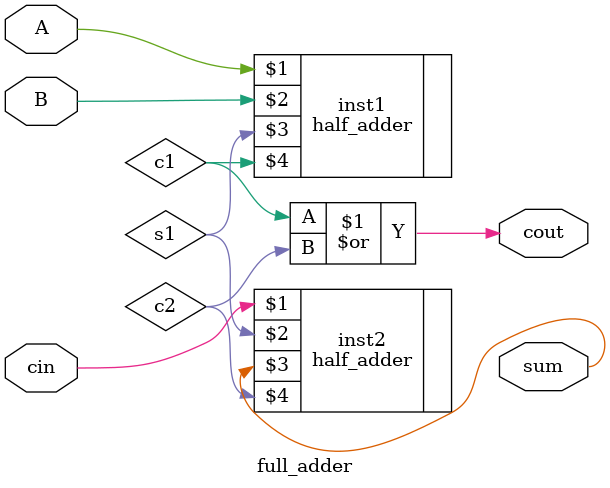
<source format=sv>
module full_adder(input logic A, B, cin, output logic sum, cout);
    logic s1;
    logic c1;
    logic c2;
    
    half_adder inst1(A, B, s1, c1);
    half_adder inst2(cin, s1, sum, c2);
    
    assign cout = c1 | c2;
endmodule


</source>
